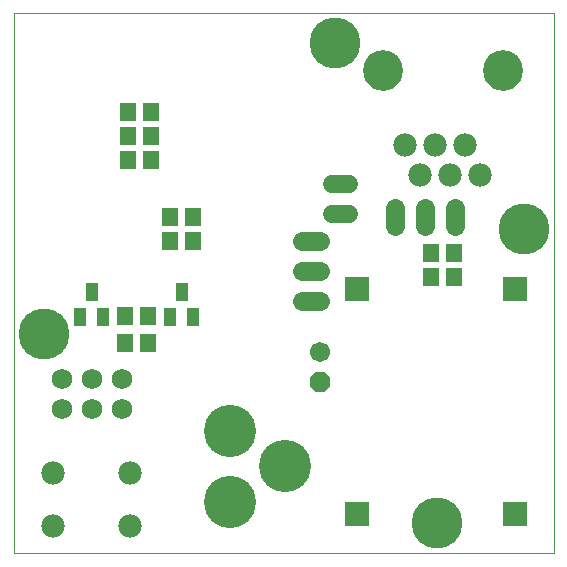
<source format=gbs>
G75*
G70*
%OFA0B0*%
%FSLAX24Y24*%
%IPPOS*%
%LPD*%
%AMOC8*
5,1,8,0,0,1.08239X$1,22.5*
%
%ADD10C,0.0000*%
%ADD11C,0.0780*%
%ADD12C,0.1320*%
%ADD13R,0.0800X0.0800*%
%ADD14OC8,0.0670*%
%ADD15C,0.0670*%
%ADD16C,0.1740*%
%ADD17R,0.0434X0.0591*%
%ADD18R,0.0552X0.0631*%
%ADD19C,0.0600*%
%ADD20C,0.0640*%
%ADD21C,0.0680*%
%ADD22C,0.1700*%
D10*
X000280Y001800D02*
X000280Y019800D01*
X018280Y019800D01*
X018280Y001800D01*
X000280Y001800D01*
X011940Y017900D02*
X011942Y017950D01*
X011948Y018000D01*
X011958Y018049D01*
X011971Y018098D01*
X011989Y018145D01*
X012010Y018191D01*
X012034Y018234D01*
X012062Y018276D01*
X012093Y018316D01*
X012127Y018353D01*
X012164Y018387D01*
X012204Y018418D01*
X012246Y018446D01*
X012289Y018470D01*
X012335Y018491D01*
X012382Y018509D01*
X012431Y018522D01*
X012480Y018532D01*
X012530Y018538D01*
X012580Y018540D01*
X012630Y018538D01*
X012680Y018532D01*
X012729Y018522D01*
X012778Y018509D01*
X012825Y018491D01*
X012871Y018470D01*
X012914Y018446D01*
X012956Y018418D01*
X012996Y018387D01*
X013033Y018353D01*
X013067Y018316D01*
X013098Y018276D01*
X013126Y018234D01*
X013150Y018191D01*
X013171Y018145D01*
X013189Y018098D01*
X013202Y018049D01*
X013212Y018000D01*
X013218Y017950D01*
X013220Y017900D01*
X013218Y017850D01*
X013212Y017800D01*
X013202Y017751D01*
X013189Y017702D01*
X013171Y017655D01*
X013150Y017609D01*
X013126Y017566D01*
X013098Y017524D01*
X013067Y017484D01*
X013033Y017447D01*
X012996Y017413D01*
X012956Y017382D01*
X012914Y017354D01*
X012871Y017330D01*
X012825Y017309D01*
X012778Y017291D01*
X012729Y017278D01*
X012680Y017268D01*
X012630Y017262D01*
X012580Y017260D01*
X012530Y017262D01*
X012480Y017268D01*
X012431Y017278D01*
X012382Y017291D01*
X012335Y017309D01*
X012289Y017330D01*
X012246Y017354D01*
X012204Y017382D01*
X012164Y017413D01*
X012127Y017447D01*
X012093Y017484D01*
X012062Y017524D01*
X012034Y017566D01*
X012010Y017609D01*
X011989Y017655D01*
X011971Y017702D01*
X011958Y017751D01*
X011948Y017800D01*
X011942Y017850D01*
X011940Y017900D01*
X015940Y017900D02*
X015942Y017950D01*
X015948Y018000D01*
X015958Y018049D01*
X015971Y018098D01*
X015989Y018145D01*
X016010Y018191D01*
X016034Y018234D01*
X016062Y018276D01*
X016093Y018316D01*
X016127Y018353D01*
X016164Y018387D01*
X016204Y018418D01*
X016246Y018446D01*
X016289Y018470D01*
X016335Y018491D01*
X016382Y018509D01*
X016431Y018522D01*
X016480Y018532D01*
X016530Y018538D01*
X016580Y018540D01*
X016630Y018538D01*
X016680Y018532D01*
X016729Y018522D01*
X016778Y018509D01*
X016825Y018491D01*
X016871Y018470D01*
X016914Y018446D01*
X016956Y018418D01*
X016996Y018387D01*
X017033Y018353D01*
X017067Y018316D01*
X017098Y018276D01*
X017126Y018234D01*
X017150Y018191D01*
X017171Y018145D01*
X017189Y018098D01*
X017202Y018049D01*
X017212Y018000D01*
X017218Y017950D01*
X017220Y017900D01*
X017218Y017850D01*
X017212Y017800D01*
X017202Y017751D01*
X017189Y017702D01*
X017171Y017655D01*
X017150Y017609D01*
X017126Y017566D01*
X017098Y017524D01*
X017067Y017484D01*
X017033Y017447D01*
X016996Y017413D01*
X016956Y017382D01*
X016914Y017354D01*
X016871Y017330D01*
X016825Y017309D01*
X016778Y017291D01*
X016729Y017278D01*
X016680Y017268D01*
X016630Y017262D01*
X016580Y017260D01*
X016530Y017262D01*
X016480Y017268D01*
X016431Y017278D01*
X016382Y017291D01*
X016335Y017309D01*
X016289Y017330D01*
X016246Y017354D01*
X016204Y017382D01*
X016164Y017413D01*
X016127Y017447D01*
X016093Y017484D01*
X016062Y017524D01*
X016034Y017566D01*
X016010Y017609D01*
X015989Y017655D01*
X015971Y017702D01*
X015958Y017751D01*
X015948Y017800D01*
X015942Y017850D01*
X015940Y017900D01*
D11*
X015330Y015400D03*
X014330Y015400D03*
X013830Y014400D03*
X014830Y014400D03*
X015830Y014400D03*
X013330Y015400D03*
X004160Y004490D03*
X004160Y002710D03*
X001600Y002710D03*
X001600Y004490D03*
D12*
X012580Y017900D03*
X016580Y017900D03*
D13*
X016980Y010600D03*
X011730Y010600D03*
X011730Y003100D03*
X016980Y003100D03*
D14*
X010480Y007500D03*
D15*
X010480Y008500D03*
D16*
X007480Y005894D03*
X009330Y004713D03*
X007480Y003531D03*
D17*
X006254Y009667D03*
X005506Y009667D03*
X005880Y010533D03*
X003254Y009667D03*
X002506Y009667D03*
X002880Y010533D03*
D18*
X004006Y009700D03*
X004754Y009700D03*
X004754Y008800D03*
X004006Y008800D03*
X005506Y012200D03*
X006254Y012200D03*
X006254Y013000D03*
X005506Y013000D03*
X004854Y014900D03*
X004854Y015700D03*
X004106Y015700D03*
X004106Y014900D03*
X004106Y016500D03*
X004854Y016500D03*
X014206Y011800D03*
X014954Y011800D03*
X014954Y011000D03*
X014206Y011000D03*
D19*
X011460Y013100D02*
X010900Y013100D01*
X010900Y014100D02*
X011460Y014100D01*
D20*
X012980Y013300D02*
X012980Y012700D01*
X013980Y012700D02*
X013980Y013300D01*
X014980Y013300D02*
X014980Y012700D01*
X010480Y012200D02*
X009880Y012200D01*
X009880Y011200D02*
X010480Y011200D01*
X010480Y010200D02*
X009880Y010200D01*
D21*
X003880Y007600D03*
X003880Y006600D03*
X002880Y006600D03*
X002880Y007600D03*
X001880Y007600D03*
X001880Y006600D03*
D22*
X001280Y009100D03*
X010980Y018800D03*
X017280Y012600D03*
X014380Y002800D03*
M02*

</source>
